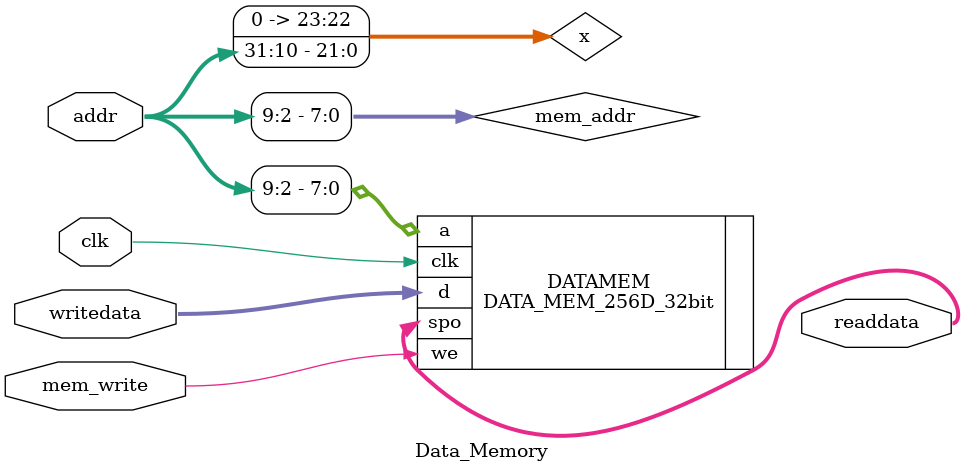
<source format=v>
`timescale 1ns / 1ps


module Data_Memory(
    input clk,
    input [31:0] addr,
    input [31:0] writedata,
    //input mem_read,
    input mem_write,
    output [31:0] readdata
    );
    
    wire [7:0] mem_addr;
    wire [23:0] x;
    assign {x,mem_addr} = (addr>>2);
    DATA_MEM_256D_32bit DATAMEM ( .a(mem_addr), .d(writedata), .we(mem_write), .clk(clk), .spo(readdata));
    
endmodule

</source>
